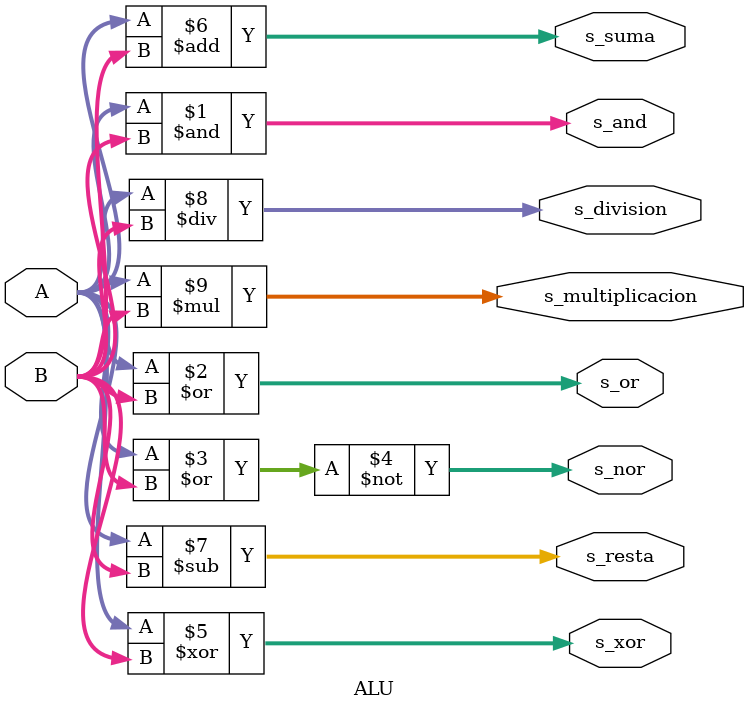
<source format=v>
`timescale 1ps/1ps

module ALU
(
	input [15:0]A,
	input [15:0]B,
	output [16:0]s_suma,
	output [15:0]s_resta,
	output [15:0]s_division,
	output [31:0]s_multiplicacion,
	output [15:0]s_and,
	output [15:0]s_or,
	output [15:0]s_xor,
	output [15:0]s_nor
);
assign s_and=A & B;
assign s_or=A | B;
assign s_nor=~(A | B);
assign s_xor=A ^ B;
assign s_suma=A+B;
assign s_resta=A-B;
assign s_division=A/B;
assign s_multiplicacion=A*B;

endmodule 
</source>
